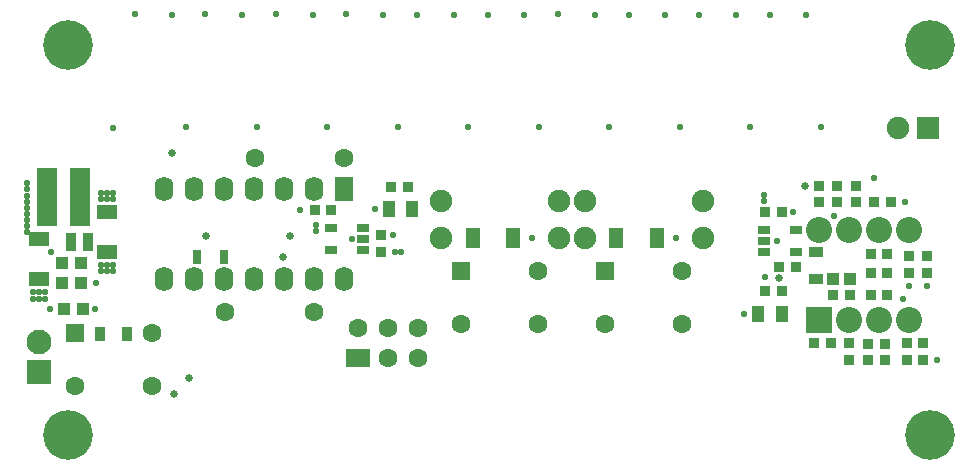
<source format=gbs>
G04*
G04 #@! TF.GenerationSoftware,Altium Limited,Altium Designer,24.3.1 (35)*
G04*
G04 Layer_Color=16711935*
%FSLAX25Y25*%
%MOIN*%
G70*
G04*
G04 #@! TF.SameCoordinates,04A478E9-281F-4D04-800B-099DB510E279*
G04*
G04*
G04 #@! TF.FilePolarity,Negative*
G04*
G01*
G75*
%ADD26R,0.03950X0.03950*%
%ADD27R,0.04331X0.04134*%
%ADD30C,0.16535*%
%ADD31C,0.06331*%
%ADD32R,0.06331X0.06331*%
%ADD33R,0.08268X0.08268*%
%ADD34C,0.08268*%
%ADD35R,0.06299X0.08268*%
%ADD36O,0.06299X0.08268*%
%ADD37C,0.08674*%
%ADD38R,0.08674X0.08674*%
%ADD39C,0.07480*%
%ADD40C,0.06299*%
%ADD41R,0.07480X0.07480*%
%ADD42R,0.08268X0.06299*%
%ADD43C,0.02572*%
%ADD44C,0.02165*%
%ADD72R,0.03425X0.05984*%
%ADD73R,0.05118X0.03543*%
%ADD74R,0.03543X0.03543*%
%ADD75R,0.04331X0.05315*%
%ADD76R,0.03543X0.03543*%
%ADD77R,0.04134X0.02756*%
%ADD78R,0.04724X0.06693*%
%ADD79R,0.03150X0.04725*%
%ADD80R,0.06706X0.19698*%
%ADD81R,0.02992X0.01614*%
%ADD82R,0.03398X0.02020*%
%ADD83R,0.06693X0.04724*%
%ADD84R,0.03543X0.05118*%
D26*
X260669Y51929D02*
D03*
X255157D02*
D03*
D27*
X-1969Y57461D02*
D03*
X4331D02*
D03*
X4370Y50611D02*
D03*
X-1929D02*
D03*
X-1378Y42126D02*
D03*
X4921Y42126D02*
D03*
D30*
X287402Y0D02*
D03*
Y129921D02*
D03*
X0D02*
D03*
Y0D02*
D03*
D31*
X27996Y16441D02*
D03*
X2406D02*
D03*
X27996Y34157D02*
D03*
X204732Y54587D02*
D03*
Y36870D02*
D03*
X179142D02*
D03*
X156791Y54591D02*
D03*
Y36874D02*
D03*
X131201D02*
D03*
D32*
X2406Y34157D02*
D03*
X179142Y54587D02*
D03*
X131201Y54591D02*
D03*
D33*
X-9673Y21028D02*
D03*
D34*
Y31028D02*
D03*
D35*
X92090Y81933D02*
D03*
D36*
X82091Y81933D02*
D03*
X72091D02*
D03*
X62090D02*
D03*
X52091D02*
D03*
X42090D02*
D03*
X32090Y81933D02*
D03*
Y51933D02*
D03*
X42090D02*
D03*
X52091D02*
D03*
X62090D02*
D03*
X72091D02*
D03*
X92090D02*
D03*
X82091D02*
D03*
D37*
X250492Y68390D02*
D03*
X260492D02*
D03*
X270492D02*
D03*
X280492D02*
D03*
Y38390D02*
D03*
X270492D02*
D03*
X260492D02*
D03*
D38*
X250492D02*
D03*
D39*
X124390Y78095D02*
D03*
X163760D02*
D03*
X211661Y78051D02*
D03*
X172291D02*
D03*
X172252Y65689D02*
D03*
X211622D02*
D03*
X163681Y65693D02*
D03*
X124311D02*
D03*
X276614Y102402D02*
D03*
D40*
X92090Y92386D02*
D03*
X62563D02*
D03*
X52563Y40862D02*
D03*
X82091D02*
D03*
X96757Y35807D02*
D03*
X106757D02*
D03*
X116757D02*
D03*
Y25807D02*
D03*
X106757D02*
D03*
D41*
X286614Y102402D02*
D03*
D42*
X96757Y25807D02*
D03*
D43*
X35484Y13606D02*
D03*
X40522Y19124D02*
D03*
X74232Y66480D02*
D03*
X71709Y59291D02*
D03*
X46169Y66421D02*
D03*
X245854Y82961D02*
D03*
X34638Y93902D02*
D03*
X237197Y52248D02*
D03*
D44*
X77374Y75118D02*
D03*
X268783Y85563D02*
D03*
X62937Y102626D02*
D03*
X15197Y102402D02*
D03*
X289823Y25122D02*
D03*
X286319Y49610D02*
D03*
X278405Y45437D02*
D03*
X255413Y73075D02*
D03*
X280492Y49531D02*
D03*
X279193Y77524D02*
D03*
X232421Y52720D02*
D03*
X225492Y40437D02*
D03*
X232224Y79925D02*
D03*
X236472Y64571D02*
D03*
X232224Y77878D02*
D03*
X241909Y74256D02*
D03*
X154787Y65693D02*
D03*
X94776Y65433D02*
D03*
X102335Y75472D02*
D03*
X108988Y60866D02*
D03*
X82728Y69882D02*
D03*
Y67835D02*
D03*
X202689Y65650D02*
D03*
X86437Y102626D02*
D03*
X156937D02*
D03*
X39437D02*
D03*
X15236Y80650D02*
D03*
X15236Y78603D02*
D03*
X13189Y80650D02*
D03*
Y78603D02*
D03*
X9173Y42126D02*
D03*
X-6024Y42126D02*
D03*
X-5551Y60905D02*
D03*
X108516Y66540D02*
D03*
X9252Y50611D02*
D03*
X11142Y54508D02*
D03*
Y56555D02*
D03*
X13189D02*
D03*
Y54508D02*
D03*
X-13740Y67520D02*
D03*
X-13740Y69567D02*
D03*
X-13740Y71614D02*
D03*
X-13740Y73662D02*
D03*
X-13740Y75709D02*
D03*
X-13740Y77756D02*
D03*
X-13740Y83898D02*
D03*
X-13740Y81850D02*
D03*
X-13740Y79803D02*
D03*
X-11614Y47520D02*
D03*
X-9567Y47520D02*
D03*
X-7520Y47520D02*
D03*
X11142Y78603D02*
D03*
Y80650D02*
D03*
X45911Y140161D02*
D03*
X186930Y140142D02*
D03*
X111035Y60866D02*
D03*
X15236Y54508D02*
D03*
Y56555D02*
D03*
X-9567Y45472D02*
D03*
X-7520D02*
D03*
X-11614D02*
D03*
X246126Y140098D02*
D03*
X233930Y140142D02*
D03*
X175626Y140098D02*
D03*
X163411Y140161D02*
D03*
X199126Y140098D02*
D03*
X210430Y140142D02*
D03*
X222626Y140098D02*
D03*
X105126D02*
D03*
X92911Y140161D02*
D03*
X116430Y140142D02*
D03*
X128626Y140098D02*
D03*
X139930Y140142D02*
D03*
X152126Y140098D02*
D03*
X81606Y140118D02*
D03*
X69411Y140161D02*
D03*
X58106Y140118D02*
D03*
X22391Y140181D02*
D03*
X34606Y140118D02*
D03*
X250936Y102625D02*
D03*
X227437Y102626D02*
D03*
X203937Y102626D02*
D03*
X180437Y102626D02*
D03*
X133437D02*
D03*
X109937D02*
D03*
D72*
X1083Y64429D02*
D03*
X6870Y64429D02*
D03*
D73*
X249570Y52027D02*
D03*
X249570Y60886D02*
D03*
D74*
X232421Y47957D02*
D03*
X237933D02*
D03*
X268799Y77524D02*
D03*
X274311D02*
D03*
X237933Y74256D02*
D03*
X232421D02*
D03*
X237197Y55876D02*
D03*
X242709D02*
D03*
X279705Y25122D02*
D03*
X285216D02*
D03*
X279705Y30516D02*
D03*
X285216D02*
D03*
X260610Y46815D02*
D03*
X255098D02*
D03*
X273169D02*
D03*
X267657D02*
D03*
Y60240D02*
D03*
X273169D02*
D03*
X267657Y53902D02*
D03*
X273169D02*
D03*
X248839Y30516D02*
D03*
X254350D02*
D03*
X87886Y75039D02*
D03*
X82374D02*
D03*
X113358Y82559D02*
D03*
X107846D02*
D03*
D75*
X230059Y40437D02*
D03*
X237933D02*
D03*
X106941Y75472D02*
D03*
X114815D02*
D03*
D76*
X262825Y83035D02*
D03*
Y77524D02*
D03*
X256358D02*
D03*
Y83035D02*
D03*
X250571D02*
D03*
Y77524D02*
D03*
X272579Y24965D02*
D03*
Y30476D02*
D03*
X266910Y30437D02*
D03*
Y24925D02*
D03*
X286319Y54098D02*
D03*
Y59610D02*
D03*
X280492Y59531D02*
D03*
Y54020D02*
D03*
X260492Y25004D02*
D03*
Y30516D02*
D03*
X104461Y61102D02*
D03*
Y66614D02*
D03*
D77*
X232224Y60831D02*
D03*
X232224Y64571D02*
D03*
X232224Y68311D02*
D03*
X242854D02*
D03*
Y60831D02*
D03*
X87846Y68976D02*
D03*
Y61496D02*
D03*
X98476Y61496D02*
D03*
X98476Y65236D02*
D03*
X98476Y68976D02*
D03*
D78*
X134988Y65693D02*
D03*
X148374D02*
D03*
X182890Y65650D02*
D03*
X196276D02*
D03*
D79*
X43232Y59474D02*
D03*
X52091D02*
D03*
D80*
X4240Y79370D02*
D03*
X-6784D02*
D03*
D81*
X1083Y62461D02*
D03*
D82*
Y64429D02*
D03*
Y66398D02*
D03*
X6870D02*
D03*
Y64429D02*
D03*
Y62461D02*
D03*
D83*
X-9567Y51850D02*
D03*
Y65236D02*
D03*
X13189Y74272D02*
D03*
X13189Y60886D02*
D03*
D84*
X10772Y33637D02*
D03*
X19630D02*
D03*
M02*

</source>
